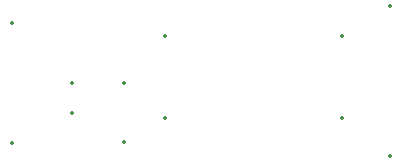
<source format=gbo>
%TF.GenerationSoftware,KiCad,Pcbnew,8.0.8*%
%TF.CreationDate,2025-01-20T02:54:04+01:00*%
%TF.ProjectId,EFHW unun,45464857-2075-46e7-956e-2e6b69636164,rev?*%
%TF.SameCoordinates,Original*%
%TF.FileFunction,Legend,Bot*%
%TF.FilePolarity,Positive*%
%FSLAX46Y46*%
G04 Gerber Fmt 4.6, Leading zero omitted, Abs format (unit mm)*
G04 Created by KiCad (PCBNEW 8.0.8) date 2025-01-20 02:54:04*
%MOMM*%
%LPD*%
G01*
G04 APERTURE LIST*
%ADD10C,0.350000*%
G04 APERTURE END LIST*
D10*
X155000000Y-95000000D03*
X170000000Y-95000000D03*
X155000000Y-88000000D03*
X170000000Y-88000000D03*
X151500000Y-92000000D03*
X151500000Y-97000000D03*
X174000000Y-98200000D03*
X174000000Y-85500000D03*
X147080000Y-92000000D03*
X142000000Y-97080000D03*
X147080000Y-94540000D03*
X142000000Y-86920000D03*
M02*

</source>
